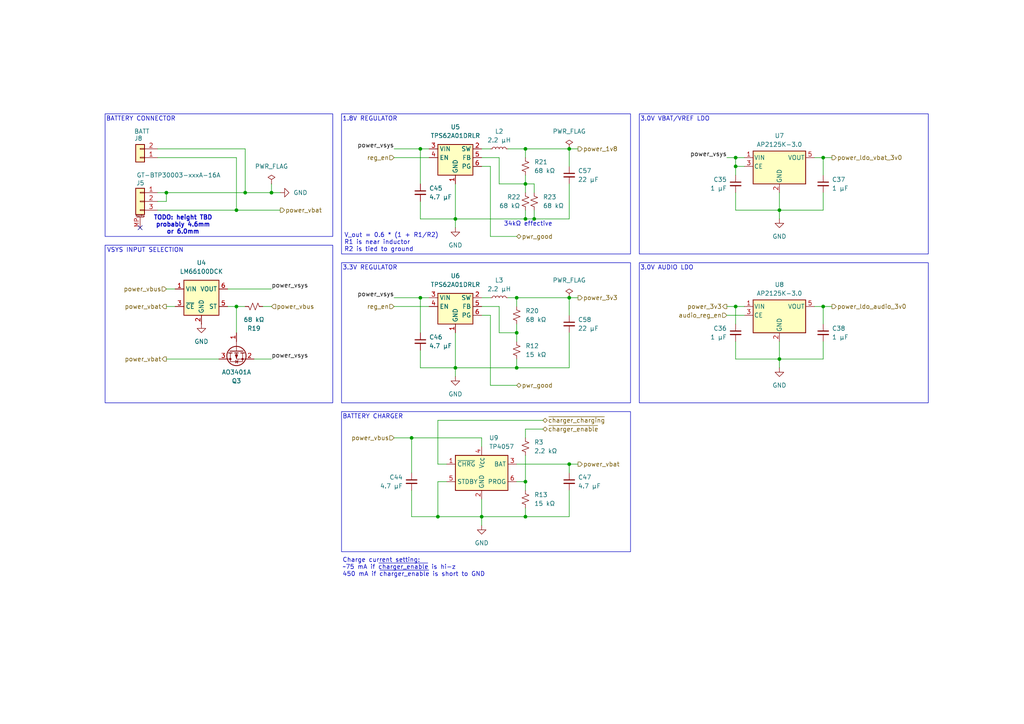
<source format=kicad_sch>
(kicad_sch (version 20250114) (generator "eeschema") (generator_version "9.0")
  (paper "A4")
  (title_block (title "Power supply / battery charger") (date "2024-11-14") (rev "Rev2") (comment 1 "Author: Aidan MacDonald"))
  (lib_symbols
    (symbol "Battery_Management:TP4057"
      (property "Reference" "U9" (at 2.1433 10.16 0))
      (property "Value" "TP4057" (at 2.1433 7.62 0))
      (symbol "TP4057_0_1"
        (rectangle (start -7.62 5.08) (end 7.62 -5.08) (stroke (width 0.254)) (fill (type background)))
      )
      (symbol "TP4057_1_1"
        (pin open_collector line (at -10.16 2.54 0) (length 2.54) (name "~{CHRG}") (number "1"))
        (pin passive line (at -10.16 -2.54 0) (length 2.54) (name "STDBY") (number "5"))
        (pin power_in line (at 0 7.62 270) (length 2.54) (name "V_{CC}") (number "4"))
        (pin power_in line (at 0 -7.62 90) (length 2.54) (name "GND") (number "2"))
        (pin power_out line (at 10.16 2.54 180) (length 2.54) (name "BAT") (number "3"))
        (pin passive line (at 10.16 -2.54 180) (length 2.54) (name "PROG") (number "6"))
      )
    )
    (symbol "Connector_Generic:Conn_01x02" (pin_names (offset 1.016) (hide yes))
      (property "Reference" "J" (at 0 2.54 0))
      (property "Value" "Conn_01x02" (at 0 -5.08 0))
      (symbol "Conn_01x02_1_1"
        (rectangle (start -1.27 1.27) (end 1.27 -3.81) (stroke (width 0.254)) (fill (type background)))
        (rectangle (start -1.27 0.127) (end 0 -0.127) (stroke (width 0.1524)))
        (rectangle (start -1.27 -2.413) (end 0 -2.667) (stroke (width 0.1524)))
        (pin passive line (at -5.08 0 0) (length 3.81) (name "Pin_1") (number "1"))
        (pin passive line (at -5.08 -2.54 0) (length 3.81) (name "Pin_2") (number "2"))
      )
    )
    (symbol "Device:C_Small" (pin_numbers (hide yes)) (pin_names (offset 0.254) (hide yes))
      (property "Reference" "C" (at 0.254 1.778 0))
      (property "Value" "C_Small" (at 0.254 -2.032 0))
      (symbol "C_Small_0_1"
        (polyline (pts (xy -1.524 0.508) (xy 1.524 0.508)) (stroke (width 0.3048)))
        (polyline (pts (xy -1.524 -0.508) (xy 1.524 -0.508)) (stroke (width 0.3302)))
      )
      (symbol "C_Small_1_1"
        (pin passive line (at 0 2.54 270) (length 2.032) (name "~") (number "1"))
        (pin passive line (at 0 -2.54 90) (length 2.032) (name "~") (number "2"))
      )
    )
    (symbol "Device:L_Small" (pin_numbers (hide yes)) (pin_names (offset 0.254) (hide yes))
      (property "Reference" "L" (at 0.762 1.016 0))
      (property "Value" "L_Small" (at 0.762 -1.016 0))
      (symbol "L_Small_0_1"
        (arc (start 0 2.032) (mid 0.5058 1.524) (end 0 1.016))
        (arc (start 0 1.016) (mid 0.5058 0.508) (end 0 0))
        (arc (start 0 0) (mid 0.5058 -0.508) (end 0 -1.016))
        (arc (start 0 -1.016) (mid 0.5058 -1.524) (end 0 -2.032))
      )
      (symbol "L_Small_1_1"
        (pin passive line (at 0 2.54 270) (length 0.508) (name "~") (number "1"))
        (pin passive line (at 0 -2.54 90) (length 0.508) (name "~") (number "2"))
      )
    )
    (symbol "Device:Q_PMOS_GSD" (pin_names (offset 0) (hide yes))
      (property "Reference" "Q" (at 5.08 1.27 0))
      (property "Value" "Q_PMOS_GSD" (at 5.08 -1.27 0))
      (symbol "Q_PMOS_GSD_0_1"
        (polyline (pts (xy 0.254 1.905) (xy 0.254 -1.905)) (stroke (width 0.254)))
        (polyline (pts (xy 0.254 0) (xy -2.54 0)))
        (polyline (pts (xy 0.762 2.286) (xy 0.762 1.27)) (stroke (width 0.254)))
        (polyline (pts (xy 0.762 1.778) (xy 3.302 1.778) (xy 3.302 -1.778) (xy 0.762 -1.778)))
        (polyline (pts (xy 0.762 0.508) (xy 0.762 -0.508)) (stroke (width 0.254)))
        (polyline (pts (xy 0.762 -1.27) (xy 0.762 -2.286)) (stroke (width 0.254)))
        (circle (center 1.651 0) (radius 2.794) (stroke (width 0.254)))
        (polyline (pts (xy 2.286 0) (xy 1.27 0.381) (xy 1.27 -0.381) (xy 2.286 0)) (fill (type outline)))
        (polyline (pts (xy 2.54 2.54) (xy 2.54 1.778)))
        (circle (center 2.54 1.778) (radius 0.254) (fill (type outline)))
        (circle (center 2.54 -1.778) (radius 0.254) (fill (type outline)))
        (polyline (pts (xy 2.54 -2.54) (xy 2.54 0) (xy 0.762 0)))
        (polyline (pts (xy 2.794 -0.508) (xy 2.921 -0.381) (xy 3.683 -0.381) (xy 3.81 -0.254)))
        (polyline (pts (xy 3.302 -0.381) (xy 2.921 0.254) (xy 3.683 0.254) (xy 3.302 -0.381)))
      )
      (symbol "Q_PMOS_GSD_1_1"
        (pin input line (at -5.08 0 0) (length 2.54) (name "G") (number "1"))
        (pin passive line (at 2.54 5.08 270) (length 2.54) (name "D") (number "3"))
        (pin passive line (at 2.54 -5.08 90) (length 2.54) (name "S") (number "2"))
      )
    )
    (symbol "Device:R_Small_US" (pin_numbers (hide yes)) (pin_names (offset 0.254) (hide yes))
      (property "Reference" "R" (at 0.762 0.508 0))
      (property "Value" "R_Small_US" (at 0.762 -1.016 0))
      (symbol "R_Small_US_1_1"
        (polyline (pts (xy 0 1.524) (xy 1.016 1.143) (xy 0 0.762) (xy -1.016 0.381) (xy 0 0)))
        (polyline (pts (xy 0 0) (xy 1.016 -0.381) (xy 0 -0.762) (xy -1.016 -1.143) (xy 0 -1.524)))
        (pin passive line (at 0 2.54 270) (length 1.016) (name "~") (number "1"))
        (pin passive line (at 0 -2.54 90) (length 1.016) (name "~") (number "2"))
      )
    )
    (symbol "echoplayer:AP2125K-3.0" (pin_names (offset 0.254))
      (property "Reference" "U" (at -6.35 5.715 0))
      (property "Value" "AP2125K-3.0" (at 0 5.715 0))
      (symbol "AP2125K-3.0_0_1"
        (rectangle (start -7.62 -5.08) (end 7.62 4.445) (stroke (width 0.254)) (fill (type background)))
      )
      (symbol "AP2125K-3.0_1_1"
        (pin power_in line (at -10.16 2.54 0) (length 2.54) (name "VIN") (number "1"))
        (pin input line (at -10.16 0 0) (length 2.54) (name "CE") (number "3"))
        (pin power_in line (at 0 -7.62 90) (length 2.54) (name "GND") (number "2"))
        (pin passive line (at 0 -7.62 90) (length 2.54) (hide yes) (name "NC") (number "4"))
        (pin power_out line (at 10.16 2.54 180) (length 2.54) (name "VOUT") (number "5"))
      )
    )
    (symbol "echoplayer:GT-BTP30003" (pin_names (offset 1.016) (hide yes))
      (property "Reference" "J" (at 0 5.08 0))
      (property "Value" "GT-BTP30003" (at 1.27 -5.08 0))
      (symbol "GT-BTP30003_1_1"
        (rectangle (start -1.27 3.81) (end 1.27 -3.81) (stroke (width 0.254)) (fill (type background)))
        (rectangle (start -1.27 2.667) (end 0 2.413) (stroke (width 0.1524)))
        (rectangle (start -1.27 0.127) (end 0 -0.127) (stroke (width 0.1524)))
        (rectangle (start -1.27 -2.413) (end 0 -2.667) (stroke (width 0.1524)))
        (polyline (pts (xy -1.016 -4.572) (xy 1.016 -4.572)) (stroke (width 0.1524)))
        (text "Mounting" (at 0 -4.191 0) (effects (font (size 0.381 0.381))))
        (pin passive line (at -5.08 2.54 0) (length 3.81) (name "Pin_1") (number "1"))
        (pin passive line (at -5.08 0 0) (length 3.81) (name "Pin_2") (number "2"))
        (pin passive line (at -5.08 -2.54 0) (length 3.81) (name "Pin_3") (number "3"))
        (pin passive line (at 0 -7.62 90) (length 3.048) (name "MountPin") (number "MP"))
      )
    )
    (symbol "echoplayer:LM66100DCK"
      (property "Reference" "U" (at -5.08 6.096 0))
      (property "Value" "LM66100DCK" (at 0.254 -6.35 0))
      (symbol "LM66100DCK_0_1"
        (rectangle (start -5.08 5.08) (end 5.08 -5.08) (stroke (width 0.254)) (fill (type background)))
      )
      (symbol "LM66100DCK_1_1"
        (pin power_in line (at -7.62 2.54 0) (length 2.54) (name "VIN") (number "1"))
        (pin input line (at -7.62 -2.54 0) (length 2.54) (name "~{CE}") (number "3"))
        (pin no_connect line (at 0 5.08 270) (length 2.54) (hide yes) (name "NC") (number "4"))
        (pin power_in line (at 0 -7.62 90) (length 2.54) (name "GND") (number "2"))
        (pin power_out line (at 7.62 2.54 180) (length 2.54) (name "VOUT") (number "6"))
        (pin open_collector line (at 7.62 -2.54 180) (length 2.54) (name "ST") (number "5"))
      )
    )
    (symbol "echoplayer:TPS62A01DRLR"
      (property "Reference" "U" (at -5.08 5.08 0))
      (property "Value" "TPS62A01DRLR" (at 0 5.08 0))
      (symbol "TPS62A01DRLR_0_1"
        (rectangle (start -5.08 3.81) (end 5.08 -5.08) (stroke (width 0.254)) (fill (type background)))
      )
      (symbol "TPS62A01DRLR_1_1"
        (pin power_in line (at -7.62 2.54 0) (length 2.54) (name "VIN") (number "3"))
        (pin input line (at -7.62 0 0) (length 2.54) (name "EN") (number "4"))
        (pin power_in line (at 0 -7.62 90) (length 2.54) (name "GND") (number "1"))
        (pin power_out line (at 7.62 2.54 180) (length 2.54) (name "SW") (number "2"))
        (pin input line (at 7.62 0 180) (length 2.54) (name "FB") (number "5"))
        (pin open_collector line (at 7.62 -2.54 180) (length 2.54) (name "PG") (number "6"))
      )
    )
    (symbol "power:GND" (power) (pin_numbers (hide yes)) (pin_names (offset 0) (hide yes))
      (property "Value" "GND" (at 0 -3.81 0))
      (symbol "GND_0_1"
        (polyline (pts (xy 0 0) (xy 0 -1.27) (xy 1.27 -1.27) (xy 0 -2.54) (xy -1.27 -1.27) (xy 0 -1.27)))
      )
      (symbol "GND_1_1"
        (pin power_in line (at 0 0 270) (length 0) (name "~") (number "1"))
      )
    )
    (symbol "power:PWR_FLAG" (power) (pin_numbers (hide yes)) (pin_names (offset 0) (hide yes))
      (property "Value" "PWR_FLAG" (at 0 3.81 0))
      (symbol "PWR_FLAG_0_0"
        (pin power_out line (at 0 0 90) (length 0) (name "~") (number "1"))
      )
      (symbol "PWR_FLAG_0_1"
        (polyline (pts (xy 0 0) (xy 0 1.27) (xy -1.016 1.905) (xy 0 2.54) (xy 1.016 1.905) (xy 0 1.27)))
      )
    )
  )
  (rectangle (start 99.06 33.02) (end 182.88 73.66))
  (rectangle (start 30.48 33.02) (end 96.52 68.58))
  (rectangle (start 99.06 76.2) (end 182.88 116.84))
  (rectangle (start 185.42 76.2) (end 269.24 116.84))
  (rectangle (start 30.48 71.12) (end 96.52 116.84))
  (rectangle (start 185.42 33.02) (end 269.24 73.66))
  (rectangle (start 99.06 119.38) (end 182.88 160.02))
  (text "TODO: height TBD\nprobably 4.6mm\nor 6.0mm" (at 53.086 65.278 0) (effects (font (size 1.27 1.27) (thickness 0.254) (bold yes))))
  (text "3.3V REGULATOR" (at 99.314 77.724 0) (effects (font (size 1.27 1.27)) (justify left)))
  (text "34kΩ effective" (at 153.162 65.024 0) (effects (font (size 1.27 1.27))))
  (text "V_out = 0.6 * (1 + R1/R2)\nR1 is near inductor\nR2 is tied to ground" (at 99.822 70.358 0) (effects (font (size 1.27 1.27)) (justify left)))
  (text "1.8V REGULATOR" (at 99.314 34.544 0) (effects (font (size 1.27 1.27)) (justify left)))
  (text "Charge current setting:\n~75 mA if ~{charger_enable} is hi-z\n450 mA if ~{charger_enable} is short to GND" (at 99.314 164.592 0) (effects (font (size 1.27 1.27)) (justify left)))
  (text "BATTERY CHARGER" (at 99.314 120.904 0) (effects (font (size 1.27 1.27)) (justify left)))
  (text "BATTERY CONNECTOR" (at 30.734 34.544 0) (effects (font (size 1.27 1.27)) (justify left)))
  (text "3.0V AUDIO LDO" (at 185.674 77.724 0) (effects (font (size 1.27 1.27)) (justify left)))
  (text "3.0V VBAT/VREF LDO" (at 185.674 34.544 0) (effects (font (size 1.27 1.27)) (justify left)))
  (text "VSYS INPUT SELECTION" (at 30.988 72.644 0) (effects (font (size 1.27 1.27)) (justify left)))
  (junction (at 226.06 104.14))
  (junction (at 152.4 53.34))
  (junction (at 165.1 86.36))
  (junction (at 68.58 88.9))
  (junction (at 152.4 139.7))
  (junction (at 213.36 88.9))
  (junction (at 121.92 86.36))
  (junction (at 68.58 60.96))
  (junction (at 149.86 86.36))
  (junction (at 71.12 55.88))
  (junction (at 165.1 134.62))
  (junction (at 127 149.86))
  (junction (at 213.36 48.26))
  (junction (at 119.38 127))
  (junction (at 152.4 43.18))
  (junction (at 226.06 60.96))
  (junction (at 121.92 43.18))
  (junction (at 152.4 63.5))
  (junction (at 154.94 63.5))
  (junction (at 132.08 63.5))
  (junction (at 238.76 88.9))
  (junction (at 165.1 43.18))
  (junction (at 149.86 106.68))
  (junction (at 152.4 149.86))
  (junction (at 238.76 45.72))
  (junction (at 48.26 55.88))
  (junction (at 132.08 106.68))
  (junction (at 139.7 149.86))
  (junction (at 149.86 96.52))
  (junction (at 78.74 55.88))
  (junction (at 213.36 45.72))
  (no_connect (at 40.64 66.04))
  (wire (pts (xy 213.36 45.72) (xy 215.9 45.72)))
  (wire (pts (xy 144.78 53.34) (xy 152.4 53.34)))
  (wire (pts (xy 213.36 88.9) (xy 213.36 93.98)))
  (wire (pts (xy 127 121.92) (xy 157.48 121.92)))
  (wire (pts (xy 149.86 86.36) (xy 149.86 88.9)))
  (wire (pts (xy 149.86 139.7) (xy 152.4 139.7)))
  (wire (pts (xy 152.4 124.46) (xy 152.4 127)))
  (wire (pts (xy 78.74 104.14) (xy 73.66 104.14)))
  (wire (pts (xy 226.06 60.96) (xy 238.76 60.96)))
  (wire (pts (xy 152.4 60.96) (xy 152.4 63.5)))
  (wire (pts (xy 144.78 45.72) (xy 144.78 53.34)))
  (wire (pts (xy 152.4 149.86) (xy 152.4 147.32)))
  (wire (pts (xy 119.38 127) (xy 139.7 127)))
  (wire (pts (xy 238.76 88.9) (xy 241.3 88.9)))
  (wire (pts (xy 154.94 60.96) (xy 154.94 63.5)))
  (wire (pts (xy 149.86 96.52) (xy 149.86 99.06)))
  (wire (pts (xy 121.92 86.36) (xy 124.46 86.36)))
  (wire (pts (xy 213.36 104.14) (xy 226.06 104.14)))
  (wire (pts (xy 154.94 53.34) (xy 154.94 55.88)))
  (wire (pts (xy 165.1 134.62) (xy 165.1 137.16)))
  (wire (pts (xy 121.92 101.6) (xy 121.92 106.68)))
  (wire (pts (xy 132.08 106.68) (xy 132.08 109.22)))
  (wire (pts (xy 213.36 48.26) (xy 215.9 48.26)))
  (wire (pts (xy 213.36 99.06) (xy 213.36 104.14)))
  (wire (pts (xy 238.76 99.06) (xy 238.76 104.14)))
  (wire (pts (xy 139.7 88.9) (xy 144.78 88.9)))
  (wire (pts (xy 121.92 43.18) (xy 124.46 43.18)))
  (wire (pts (xy 139.7 149.86) (xy 152.4 149.86)))
  (wire (pts (xy 226.06 104.14) (xy 226.06 106.68)))
  (wire (pts (xy 144.78 45.72) (xy 139.7 45.72)))
  (wire (pts (xy 213.36 60.96) (xy 226.06 60.96)))
  (wire (pts (xy 213.36 48.26) (xy 213.36 50.8)))
  (wire (pts (xy 139.7 144.78) (xy 139.7 149.86)))
  (wire (pts (xy 149.86 104.14) (xy 149.86 106.68)))
  (wire (pts (xy 210.82 91.44) (xy 215.9 91.44)))
  (wire (pts (xy 121.92 106.68) (xy 132.08 106.68)))
  (wire (pts (xy 132.08 63.5) (xy 132.08 66.04)))
  (wire (pts (xy 142.24 91.44) (xy 142.24 111.76)))
  (wire (pts (xy 139.7 86.36) (xy 142.24 86.36)))
  (wire (pts (xy 121.92 43.18) (xy 121.92 53.34)))
  (wire (pts (xy 68.58 88.9) (xy 68.58 96.52)))
  (wire (pts (xy 226.06 104.14) (xy 238.76 104.14)))
  (wire (pts (xy 147.32 43.18) (xy 152.4 43.18)))
  (wire (pts (xy 157.48 124.46) (xy 152.4 124.46)))
  (wire (pts (xy 165.1 134.62) (xy 167.64 134.62)))
  (wire (pts (xy 165.1 63.5) (xy 154.94 63.5)))
  (wire (pts (xy 45.72 43.18) (xy 71.12 43.18)))
  (wire (pts (xy 238.76 45.72) (xy 241.3 45.72)))
  (wire (pts (xy 142.24 48.26) (xy 142.24 68.58)))
  (wire (pts (xy 144.78 88.9) (xy 144.78 96.52)))
  (wire (pts (xy 132.08 96.52) (xy 132.08 106.68)))
  (wire (pts (xy 165.1 86.36) (xy 167.64 86.36)))
  (wire (pts (xy 132.08 106.68) (xy 149.86 106.68)))
  (wire (pts (xy 139.7 91.44) (xy 142.24 91.44)))
  (wire (pts (xy 66.04 88.9) (xy 68.58 88.9)))
  (wire (pts (xy 119.38 142.24) (xy 119.38 149.86)))
  (wire (pts (xy 132.08 53.34) (xy 132.08 63.5)))
  (wire (pts (xy 213.36 88.9) (xy 215.9 88.9)))
  (wire (pts (xy 45.72 45.72) (xy 68.58 45.72)))
  (wire (pts (xy 210.82 88.9) (xy 213.36 88.9)))
  (wire (pts (xy 165.1 43.18) (xy 152.4 43.18)))
  (wire (pts (xy 165.1 96.52) (xy 165.1 106.68)))
  (wire (pts (xy 139.7 43.18) (xy 142.24 43.18)))
  (wire (pts (xy 165.1 149.86) (xy 152.4 149.86)))
  (wire (pts (xy 132.08 63.5) (xy 152.4 63.5)))
  (wire (pts (xy 45.72 60.96) (xy 68.58 60.96)))
  (wire (pts (xy 236.22 45.72) (xy 238.76 45.72)))
  (wire (pts (xy 238.76 88.9) (xy 238.76 93.98)))
  (wire (pts (xy 129.54 139.7) (xy 127 139.7)))
  (wire (pts (xy 149.86 134.62) (xy 165.1 134.62)))
  (wire (pts (xy 119.38 127) (xy 119.38 137.16)))
  (wire (pts (xy 78.74 55.88) (xy 78.74 53.34)))
  (wire (pts (xy 127 149.86) (xy 139.7 149.86)))
  (wire (pts (xy 127 139.7) (xy 127 149.86)))
  (wire (pts (xy 78.74 55.88) (xy 81.28 55.88)))
  (wire (pts (xy 144.78 96.52) (xy 149.86 96.52)))
  (wire (pts (xy 114.3 88.9) (xy 124.46 88.9)))
  (wire (pts (xy 152.4 43.18) (xy 152.4 45.72)))
  (wire (pts (xy 165.1 142.24) (xy 165.1 149.86)))
  (wire (pts (xy 45.72 58.42) (xy 48.26 58.42)))
  (wire (pts (xy 236.22 88.9) (xy 238.76 88.9)))
  (wire (pts (xy 226.06 55.88) (xy 226.06 60.96)))
  (wire (pts (xy 139.7 48.26) (xy 142.24 48.26)))
  (wire (pts (xy 152.4 50.8) (xy 152.4 53.34)))
  (wire (pts (xy 48.26 104.14) (xy 63.5 104.14)))
  (wire (pts (xy 114.3 86.36) (xy 121.92 86.36)))
  (wire (pts (xy 165.1 43.18) (xy 167.64 43.18)))
  (wire (pts (xy 152.4 132.08) (xy 152.4 139.7)))
  (wire (pts (xy 165.1 86.36) (xy 149.86 86.36)))
  (wire (pts (xy 121.92 86.36) (xy 121.92 96.52)))
  (wire (pts (xy 238.76 55.88) (xy 238.76 60.96)))
  (wire (pts (xy 121.92 63.5) (xy 132.08 63.5)))
  (wire (pts (xy 48.26 55.88) (xy 71.12 55.88)))
  (wire (pts (xy 213.36 55.88) (xy 213.36 60.96)))
  (wire (pts (xy 48.26 88.9) (xy 50.8 88.9)))
  (wire (pts (xy 165.1 53.34) (xy 165.1 63.5)))
  (wire (pts (xy 114.3 127) (xy 119.38 127)))
  (wire (pts (xy 127 134.62) (xy 127 121.92)))
  (wire (pts (xy 142.24 111.76) (xy 149.86 111.76)))
  (wire (pts (xy 139.7 127) (xy 139.7 129.54)))
  (wire (pts (xy 238.76 45.72) (xy 238.76 50.8)))
  (wire (pts (xy 129.54 134.62) (xy 127 134.62)))
  (wire (pts (xy 213.36 45.72) (xy 213.36 48.26)))
  (wire (pts (xy 165.1 48.26) (xy 165.1 43.18)))
  (wire (pts (xy 68.58 88.9) (xy 71.12 88.9)))
  (wire (pts (xy 78.74 88.9) (xy 76.2 88.9)))
  (wire (pts (xy 226.06 99.06) (xy 226.06 104.14)))
  (wire (pts (xy 48.26 83.82) (xy 50.8 83.82)))
  (wire (pts (xy 139.7 152.4) (xy 139.7 149.86)))
  (wire (pts (xy 152.4 53.34) (xy 152.4 55.88)))
  (wire (pts (xy 165.1 106.68) (xy 149.86 106.68)))
  (wire (pts (xy 114.3 43.18) (xy 121.92 43.18)))
  (wire (pts (xy 149.86 93.98) (xy 149.86 96.52)))
  (wire (pts (xy 68.58 45.72) (xy 68.58 60.96)))
  (wire (pts (xy 147.32 86.36) (xy 149.86 86.36)))
  (wire (pts (xy 45.72 55.88) (xy 48.26 55.88)))
  (wire (pts (xy 154.94 63.5) (xy 152.4 63.5)))
  (wire (pts (xy 210.82 45.72) (xy 213.36 45.72)))
  (wire (pts (xy 226.06 60.96) (xy 226.06 63.5)))
  (wire (pts (xy 121.92 58.42) (xy 121.92 63.5)))
  (wire (pts (xy 114.3 45.72) (xy 124.46 45.72)))
  (wire (pts (xy 71.12 55.88) (xy 78.74 55.88)))
  (wire (pts (xy 165.1 91.44) (xy 165.1 86.36)))
  (wire (pts (xy 48.26 55.88) (xy 48.26 58.42)))
  (wire (pts (xy 142.24 68.58) (xy 149.86 68.58)))
  (wire (pts (xy 152.4 53.34) (xy 154.94 53.34)))
  (wire (pts (xy 119.38 149.86) (xy 127 149.86)))
  (wire (pts (xy 152.4 139.7) (xy 152.4 142.24)))
  (wire (pts (xy 68.58 60.96) (xy 81.28 60.96)))
  (wire (pts (xy 71.12 43.18) (xy 71.12 55.88)))
  (wire (pts (xy 66.04 83.82) (xy 78.74 83.82)))
  (label "power_vsys" (at 78.74 104.14 0))
  (label "power_vsys" (at 114.3 86.36 180))
  (label "power_vsys" (at 78.74 83.82 0))
  (label "power_vsys" (at 210.82 45.72 180))
  (label "power_vsys" (at 114.3 43.18 180))
  (hierarchical_label "power_vbat" (shape output) (at 48.26 88.9 180))
  (hierarchical_label "~{charger_charging}" (shape tri_state) (at 157.48 121.92 0))
  (hierarchical_label "power_3v3" (shape output) (at 167.64 86.36 0))
  (hierarchical_label "audio_reg_en" (shape input) (at 210.82 91.44 180))
  (hierarchical_label "reg_en" (shape input) (at 114.3 88.9 180))
  (hierarchical_label "power_vbus" (shape input) (at 114.3 127 180))
  (hierarchical_label "power_vbus" (shape input) (at 48.26 83.82 180))
  (hierarchical_label "power_3v3" (shape output) (at 210.82 88.9 180))
  (hierarchical_label "pwr_good" (shape tri_state) (at 149.86 111.76 0))
  (hierarchical_label "power_vbus" (shape input) (at 78.74 88.9 0))
  (hierarchical_label "power_vbat" (shape output) (at 81.28 60.96 0))
  (hierarchical_label "power_1v8" (shape output) (at 167.64 43.18 0))
  (hierarchical_label "power_ldo_audio_3v0" (shape output) (at 241.3 88.9 0))
  (hierarchical_label "~{charger_enable}" (shape tri_state) (at 157.48 124.46 0))
  (hierarchical_label "reg_en" (shape input) (at 114.3 45.72 180))
  (hierarchical_label "power_ldo_vbat_3v0" (shape output) (at 241.3 45.72 0))
  (hierarchical_label "power_vbat" (shape output) (at 167.64 134.62 0))
  (hierarchical_label "pwr_good" (shape tri_state) (at 149.86 68.58 0))
  (hierarchical_label "power_vbat" (shape output) (at 48.26 104.14 180))
  (symbol (lib_id "power:PWR_FLAG") (at 165.1 86.36 0) (unit 1)
    (property "Reference" "#FLG0110" (effects (hide yes)))
    (property "Value" "PWR_FLAG" (at 165.1 81.28 0))
    (property "Description" "Special symbol for telling ERC where power comes from" (effects (hide yes)))
  )
  (symbol (lib_id "Battery_Management:TP4057") (at 139.7 137.16 0) (unit 1)
    (property "Reference" "U9" (at 141.8433 127 0) (effects (justify left)))
    (property "Value" "TP4057" (at 141.8433 129.54 0) (effects (justify left)))
    (property "Footprint" "Package_TO_SOT_SMD:TSOT-23-6" (effects (hide yes)))
    (property "Datasheet" "http://toppwr.com/uploadfile/file/20230304/640302a47b738.pdf" (effects (hide yes)))
    (property "Description" "Constant-current/constant-voltage linear charger for single cell lithium-ion batteries with 2.9V Trickle Charge, 4.5V to 6.5V VDD, -40 to +85 degree Celsius, TSOT-23-6" (effects (hide yes)))
  )
  (symbol (lib_id "echoplayer:TPS62A01DRLR") (at 132.08 88.9 0) (unit 1)
    (property "Reference" "U6" (at 132.08 80.01 0))
    (property "Value" "TPS62A01DRLR" (at 132.08 82.55 0))
    (property "Footprint" "Package_TO_SOT_SMD:SOT-563" (effects (hide yes)))
    (property "Datasheet" "https://www.ti.com/lit/ds/symlink/tps62a01.pdf" (effects (hide yes)))
    (property "Description" "2.4 MHz, 1A, 2.5V-5.5V input, synchronous buck converter" (effects (hide yes)))
  )
  (symbol (lib_id "Device:R_Small_US") (at 152.4 144.78 0) (unit 1)
    (property "Reference" "R13" (at 154.94 143.5099 0) (effects (justify left)))
    (property "Value" "15 kΩ" (at 154.94 146.0499 0) (effects (justify left)))
    (property "Footprint" "Resistor_SMD:R_0402_1005Metric" (effects (hide yes)))
    (property "Description" "Resistor, small US symbol" (effects (hide yes)))
  )
  (symbol (lib_id "Device:C_Small") (at 213.36 96.52 0) (mirror y) (unit 1)
    (property "Reference" "C36" (at 210.82 95.2562 0) (effects (justify left)))
    (property "Value" "1 µF" (at 210.82 97.7962 0) (effects (justify left)))
    (property "Footprint" "Capacitor_SMD:C_0402_1005Metric" (effects (hide yes)))
    (property "Description" "Unpolarized capacitor, small symbol" (effects (hide yes)))
  )
  (symbol (lib_id "Device:R_Small_US") (at 152.4 58.42 0) (unit 1)
    (property "Reference" "R22" (at 147.066 57.15 0) (effects (justify left)))
    (property "Value" "68 kΩ" (at 144.78 59.6901 0) (effects (justify left)))
    (property "Footprint" "Resistor_SMD:R_0402_1005Metric" (effects (hide yes)))
    (property "Description" "Resistor, small US symbol" (effects (hide yes)))
  )
  (symbol (lib_id "Device:L_Small") (at 144.78 86.36 90) (unit 1)
    (property "Reference" "L3" (at 144.78 81.28 90))
    (property "Value" "2.2 µH" (at 144.78 83.82 90))
    (property "Footprint" "Inductor_SMD:L_Changjiang_FNR3015S" (effects (hide yes)))
    (property "Description" "Inductor, small symbol" (effects (hide yes)))
  )
  (symbol (lib_id "Device:L_Small") (at 144.78 43.18 90) (unit 1)
    (property "Reference" "L2" (at 144.78 38.1 90))
    (property "Value" "2.2 µH" (at 144.78 40.64 90))
    (property "Footprint" "Inductor_SMD:L_Changjiang_FNR3015S" (effects (hide yes)))
    (property "Description" "Inductor, small symbol" (effects (hide yes)))
  )
  (symbol (lib_id "Device:Q_PMOS_GSD") (at 68.58 101.6 90) (mirror x) (unit 1)
    (property "Reference" "Q3" (at 68.58 110.49 90))
    (property "Value" "AO3401A" (at 68.58 107.95 90))
    (property "Footprint" "Package_TO_SOT_SMD:SOT-23" (effects (hide yes)))
    (property "Description" "P-MOSFET transistor, gate/source/drain" (effects (hide yes)))
  )
  (symbol (lib_id "echoplayer:GT-BTP30003") (at 40.64 58.42 0) (mirror y) (unit 1)
    (property "Reference" "J5" (at 41.91 53.086 0) (effects (justify left)))
    (property "Value" "GT-BTP30003-xxxA-16A" (at 64.008 50.8 0) (effects (justify left)))
    (property "Footprint" "echoplayer:Conn_GT-BTP30003-xxxxA-016A" (effects (hide yes)))
    (property "Datasheet" "https://www.lcsc.com/datasheet/lcsc_datasheet_2409091552_G-Switch-GT-BTP30003-0460A-016A_C41378737.pdf" (effects (hide yes)))
    (property "Description" "3-pin blade/shrapnel battery connector, SMD, vertical mount with mounting pin" (effects (hide yes)))
  )
  (symbol (lib_id "Device:C_Small") (at 165.1 93.98 0) (mirror y) (unit 1)
    (property "Reference" "C58" (at 167.64 92.7162 0) (effects (justify right)))
    (property "Value" "22 µF" (at 167.64 95.2562 0) (effects (justify right)))
    (property "Footprint" "Capacitor_SMD:C_0805_2012Metric" (effects (hide yes)))
    (property "Description" "Unpolarized capacitor, small symbol" (effects (hide yes)))
  )
  (symbol (lib_id "power:GND") (at 139.7 152.4 0) (unit 1)
    (property "Reference" "#PWR0174" (effects (hide yes)))
    (property "Value" "GND" (at 139.7 157.48 0))
    (property "Description" "Power symbol creates a global label with name \"GND\" , ground" (effects (hide yes)))
  )
  (symbol (lib_id "echoplayer:AP2125K-3.0") (at 226.06 48.26 0) (unit 1)
    (property "Reference" "U7" (at 226.06 39.37 0))
    (property "Value" "AP2125K-3.0" (at 226.06 41.91 0))
    (property "Footprint" "Package_TO_SOT_SMD:SOT-23-5" (effects (hide yes)))
    (property "Datasheet" "https://lcsc.com/datasheet/lcsc_datasheet_2304140030_Diodes-Incorporated-AP2125N-3-3TRG1_C150715.pdf" (effects (hide yes)))
    (property "Description" "300mA 6.5V High-speed Extremely low-noise Low-dropout Regulator, 3.0V output voltage, SOT-23-5" (effects (hide yes)))
  )
  (symbol (lib_id "Device:R_Small_US") (at 154.94 58.42 0) (unit 1)
    (property "Reference" "R23" (at 157.48 57.1499 0) (effects (justify left)))
    (property "Value" "68 kΩ" (at 157.48 59.6899 0) (effects (justify left)))
    (property "Footprint" "Resistor_SMD:R_0402_1005Metric" (effects (hide yes)))
    (property "Description" "Resistor, small US symbol" (effects (hide yes)))
  )
  (symbol (lib_id "Connector_Generic:Conn_01x02") (at 40.64 45.72 180) (unit 1)
    (property "Reference" "J8" (at 40.132 40.132 0))
    (property "Value" "BATT" (at 41.148 38.1 0))
    (property "Footprint" "Connector_PinHeader_2.54mm:PinHeader_1x02_P2.54mm_Vertical" (effects (hide yes)))
    (property "Description" "Generic connector, single row, 01x02, script generated (kicad-library-utils/schlib/autogen/connector/)" (effects (hide yes)))
  )
  (symbol (lib_id "echoplayer:AP2125K-3.0") (at 226.06 91.44 0) (unit 1)
    (property "Reference" "U8" (at 226.06 82.55 0))
    (property "Value" "AP2125K-3.0" (at 226.06 85.09 0))
    (property "Footprint" "Package_TO_SOT_SMD:SOT-23-5" (effects (hide yes)))
    (property "Datasheet" "https://lcsc.com/datasheet/lcsc_datasheet_2304140030_Diodes-Incorporated-AP2125N-3-3TRG1_C150715.pdf" (effects (hide yes)))
    (property "Description" "300mA 6.5V High-speed Extremely low-noise Low-dropout Regulator, 3.0V output voltage, SOT-23-5" (effects (hide yes)))
  )
  (symbol (lib_id "power:GND") (at 226.06 63.5 0) (unit 1)
    (property "Reference" "#PWR0175" (effects (hide yes)))
    (property "Value" "GND" (at 226.06 68.58 0))
    (property "Description" "Power symbol creates a global label with name \"GND\" , ground" (effects (hide yes)))
  )
  (symbol (lib_id "Device:R_Small_US") (at 149.86 101.6 0) (unit 1)
    (property "Reference" "R12" (at 152.4 100.3299 0) (effects (justify left)))
    (property "Value" "15 kΩ" (at 152.4 102.8699 0) (effects (justify left)))
    (property "Footprint" "Resistor_SMD:R_0402_1005Metric" (effects (hide yes)))
    (property "Description" "Resistor, small US symbol" (effects (hide yes)))
  )
  (symbol (lib_id "Device:R_Small_US") (at 149.86 91.44 0) (unit 1)
    (property "Reference" "R20" (at 152.4 90.1699 0) (effects (justify left)))
    (property "Value" "68 kΩ" (at 152.4 92.7099 0) (effects (justify left)))
    (property "Footprint" "Resistor_SMD:R_0402_1005Metric" (effects (hide yes)))
    (property "Description" "Resistor, small US symbol" (effects (hide yes)))
  )
  (symbol (lib_id "Device:C_Small") (at 165.1 50.8 0) (mirror y) (unit 1)
    (property "Reference" "C57" (at 167.64 49.5362 0) (effects (justify right)))
    (property "Value" "22 µF" (at 167.64 52.0762 0) (effects (justify right)))
    (property "Footprint" "Capacitor_SMD:C_0805_2012Metric" (effects (hide yes)))
    (property "Description" "Unpolarized capacitor, small symbol" (effects (hide yes)))
  )
  (symbol (lib_id "power:GND") (at 81.28 55.88 90) (unit 1)
    (property "Reference" "#PWR0171" (effects (hide yes)))
    (property "Value" "GND" (at 85.09 55.8799 90) (effects (justify right)))
    (property "Description" "Power symbol creates a global label with name \"GND\" , ground" (effects (hide yes)))
  )
  (symbol (lib_id "echoplayer:TPS62A01DRLR") (at 132.08 45.72 0) (unit 1)
    (property "Reference" "U5" (at 132.08 36.83 0))
    (property "Value" "TPS62A01DRLR" (at 132.08 39.37 0))
    (property "Footprint" "Package_TO_SOT_SMD:SOT-563" (effects (hide yes)))
    (property "Datasheet" "https://www.ti.com/lit/ds/symlink/tps62a01.pdf" (effects (hide yes)))
    (property "Description" "2.4 MHz, 1A, 2.5V-5.5V input, synchronous buck converter" (effects (hide yes)))
  )
  (symbol (lib_id "power:PWR_FLAG") (at 78.74 53.34 0) (unit 1)
    (property "Reference" "#FLG0108" (effects (hide yes)))
    (property "Value" "PWR_FLAG" (at 78.74 48.26 0))
    (property "Description" "Special symbol for telling ERC where power comes from" (effects (hide yes)))
  )
  (symbol (lib_id "Device:R_Small_US") (at 152.4 129.54 0) (unit 1)
    (property "Reference" "R3" (at 154.94 128.2699 0) (effects (justify left)))
    (property "Value" "2.2 kΩ" (at 154.94 130.8099 0) (effects (justify left)))
    (property "Footprint" "Resistor_SMD:R_0402_1005Metric" (effects (hide yes)))
    (property "Description" "Resistor, small US symbol" (effects (hide yes)))
  )
  (symbol (lib_id "power:GND") (at 58.42 93.98 0) (unit 1)
    (property "Reference" "#PWR0170" (effects (hide yes)))
    (property "Value" "GND" (at 58.42 99.06 0))
    (property "Description" "Power symbol creates a global label with name \"GND\" , ground" (effects (hide yes)))
  )
  (symbol (lib_id "power:GND") (at 132.08 66.04 0) (unit 1)
    (property "Reference" "#PWR0172" (effects (hide yes)))
    (property "Value" "GND" (at 132.08 71.12 0))
    (property "Description" "Power symbol creates a global label with name \"GND\" , ground" (effects (hide yes)))
  )
  (symbol (lib_id "Device:C_Small") (at 238.76 53.34 0) (unit 1)
    (property "Reference" "C37" (at 241.3 52.0762 0) (effects (justify left)))
    (property "Value" "1 µF" (at 241.3 54.6162 0) (effects (justify left)))
    (property "Footprint" "Capacitor_SMD:C_0402_1005Metric" (effects (hide yes)))
    (property "Description" "Unpolarized capacitor, small symbol" (effects (hide yes)))
  )
  (symbol (lib_id "Device:R_Small_US") (at 152.4 48.26 0) (unit 1)
    (property "Reference" "R21" (at 154.94 46.9899 0) (effects (justify left)))
    (property "Value" "68 kΩ" (at 154.94 49.5299 0) (effects (justify left)))
    (property "Footprint" "Resistor_SMD:R_0402_1005Metric" (effects (hide yes)))
    (property "Description" "Resistor, small US symbol" (effects (hide yes)))
  )
  (symbol (lib_id "Device:C_Small") (at 121.92 99.06 0) (mirror y) (unit 1)
    (property "Reference" "C46" (at 124.46 97.7962 0) (effects (justify right)))
    (property "Value" "4.7 µF" (at 124.46 100.3362 0) (effects (justify right)))
    (property "Footprint" "Capacitor_SMD:C_0805_2012Metric" (effects (hide yes)))
    (property "Description" "Unpolarized capacitor, small symbol" (effects (hide yes)))
  )
  (symbol (lib_id "echoplayer:LM66100DCK") (at 58.42 86.36 0) (unit 1)
    (property "Reference" "U4" (at 58.42 76.2 0))
    (property "Value" "LM66100DCK" (at 58.42 78.74 0))
    (property "Footprint" "Package_TO_SOT_SMD:Texas_R-PDSO-G6" (effects (hide yes)))
    (property "Datasheet" "https://www.ti.com/lit/ds/symlink/lm66100.pdf" (effects (hide yes)))
    (property "Description" "Ideal Diode With Input Polarity Protection 1.5 - 5.5V  Input Voltage, 1.5A Output Current, Ron 141 mOhm, SC-70-6" (effects (hide yes)))
  )
  (symbol (lib_id "Device:C_Small") (at 213.36 53.34 0) (mirror y) (unit 1)
    (property "Reference" "C35" (at 210.82 52.0762 0) (effects (justify left)))
    (property "Value" "1 µF" (at 210.82 54.6162 0) (effects (justify left)))
    (property "Footprint" "Capacitor_SMD:C_0402_1005Metric" (effects (hide yes)))
    (property "Description" "Unpolarized capacitor, small symbol" (effects (hide yes)))
  )
  (symbol (lib_id "power:GND") (at 132.08 109.22 0) (unit 1)
    (property "Reference" "#PWR0173" (effects (hide yes)))
    (property "Value" "GND" (at 132.08 114.3 0))
    (property "Description" "Power symbol creates a global label with name \"GND\" , ground" (effects (hide yes)))
  )
  (symbol (lib_id "power:GND") (at 226.06 106.68 0) (unit 1)
    (property "Reference" "#PWR0176" (effects (hide yes)))
    (property "Value" "GND" (at 226.06 111.76 0))
    (property "Description" "Power symbol creates a global label with name \"GND\" , ground" (effects (hide yes)))
  )
  (symbol (lib_id "Device:C_Small") (at 121.92 55.88 0) (mirror y) (unit 1)
    (property "Reference" "C45" (at 124.46 54.6162 0) (effects (justify right)))
    (property "Value" "4.7 µF" (at 124.46 57.1562 0) (effects (justify right)))
    (property "Footprint" "Capacitor_SMD:C_0805_2012Metric" (effects (hide yes)))
    (property "Description" "Unpolarized capacitor, small symbol" (effects (hide yes)))
  )
  (symbol (lib_id "Device:R_Small_US") (at 73.66 88.9 270) (mirror x) (unit 1)
    (property "Reference" "R19" (at 73.66 95.25 90))
    (property "Value" "68 kΩ" (at 73.66 92.71 90))
    (property "Footprint" "Resistor_SMD:R_0402_1005Metric" (effects (hide yes)))
    (property "Description" "Resistor, small US symbol" (effects (hide yes)))
  )
  (symbol (lib_id "Device:C_Small") (at 119.38 139.7 0) (unit 1)
    (property "Reference" "C44" (at 116.84 138.4362 0) (effects (justify right)))
    (property "Value" "4.7 µF" (at 116.84 140.9762 0) (effects (justify right)))
    (property "Footprint" "Capacitor_SMD:C_0805_2012Metric" (effects (hide yes)))
    (property "Description" "Unpolarized capacitor, small symbol" (effects (hide yes)))
  )
  (symbol (lib_id "power:PWR_FLAG") (at 165.1 43.18 0) (unit 1)
    (property "Reference" "#FLG0109" (effects (hide yes)))
    (property "Value" "PWR_FLAG" (at 165.1 38.1 0))
    (property "Description" "Special symbol for telling ERC where power comes from" (effects (hide yes)))
  )
  (symbol (lib_id "Device:C_Small") (at 238.76 96.52 0) (unit 1)
    (property "Reference" "C38" (at 241.3 95.2562 0) (effects (justify left)))
    (property "Value" "1 µF" (at 241.3 97.7962 0) (effects (justify left)))
    (property "Footprint" "Capacitor_SMD:C_0402_1005Metric" (effects (hide yes)))
    (property "Description" "Unpolarized capacitor, small symbol" (effects (hide yes)))
  )
  (symbol (lib_id "Device:C_Small") (at 165.1 139.7 0) (mirror y) (unit 1)
    (property "Reference" "C47" (at 167.64 138.4362 0) (effects (justify right)))
    (property "Value" "4.7 µF" (at 167.64 140.9762 0) (effects (justify right)))
    (property "Footprint" "Capacitor_SMD:C_0805_2012Metric" (effects (hide yes)))
    (property "Description" "Unpolarized capacitor, small symbol" (effects (hide yes)))
  )
)
</source>
